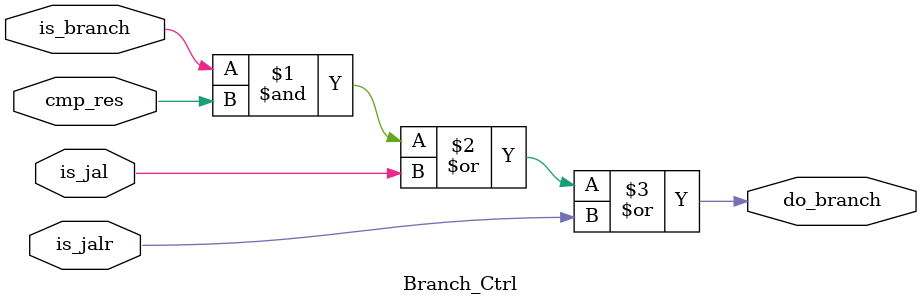
<source format=v>
`timescale 1ns / 1ps


module Branch_Ctrl(
    cmp_res,
    is_branch,
    is_jal,
    is_jalr, 
    do_branch
    );


    input cmp_res;
    input is_branch;
    input is_jal;
    input is_jalr;
    output do_branch;

    assign do_branch = (is_branch & cmp_res) | is_jal | is_jalr;

    
endmodule


</source>
